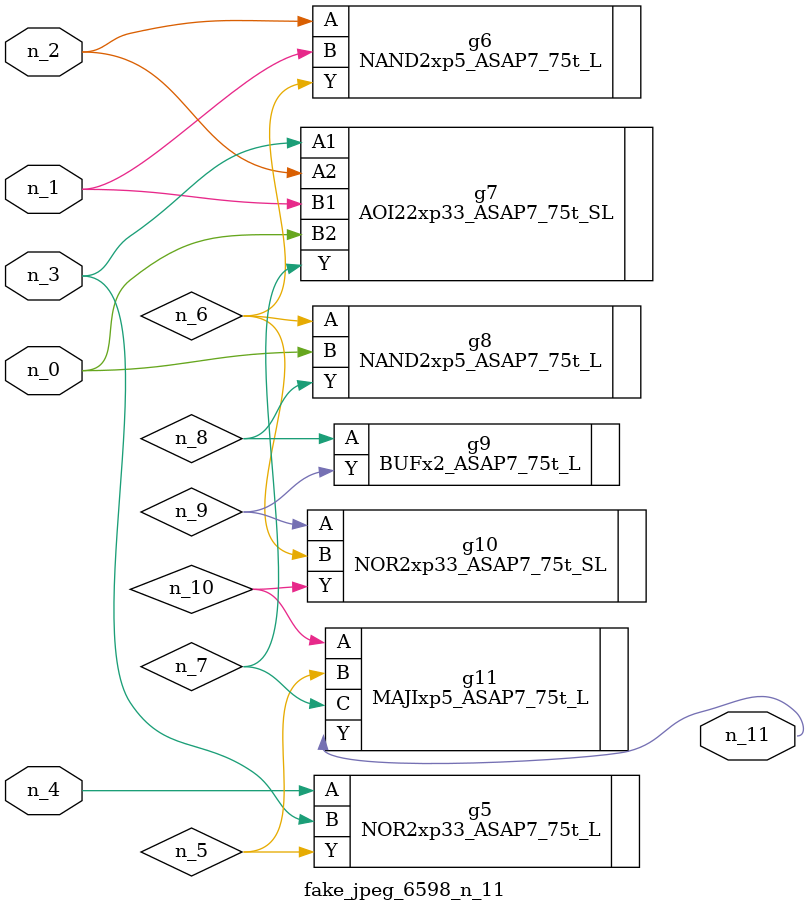
<source format=v>
module fake_jpeg_6598_n_11 (n_3, n_2, n_1, n_0, n_4, n_11);

input n_3;
input n_2;
input n_1;
input n_0;
input n_4;

output n_11;

wire n_10;
wire n_8;
wire n_9;
wire n_6;
wire n_5;
wire n_7;

NOR2xp33_ASAP7_75t_L g5 ( 
.A(n_4),
.B(n_3),
.Y(n_5)
);

NAND2xp5_ASAP7_75t_L g6 ( 
.A(n_2),
.B(n_1),
.Y(n_6)
);

AOI22xp33_ASAP7_75t_SL g7 ( 
.A1(n_3),
.A2(n_2),
.B1(n_1),
.B2(n_0),
.Y(n_7)
);

NAND2xp5_ASAP7_75t_L g8 ( 
.A(n_6),
.B(n_0),
.Y(n_8)
);

BUFx2_ASAP7_75t_L g9 ( 
.A(n_8),
.Y(n_9)
);

NOR2xp33_ASAP7_75t_SL g10 ( 
.A(n_9),
.B(n_6),
.Y(n_10)
);

MAJIxp5_ASAP7_75t_L g11 ( 
.A(n_10),
.B(n_5),
.C(n_7),
.Y(n_11)
);


endmodule
</source>
